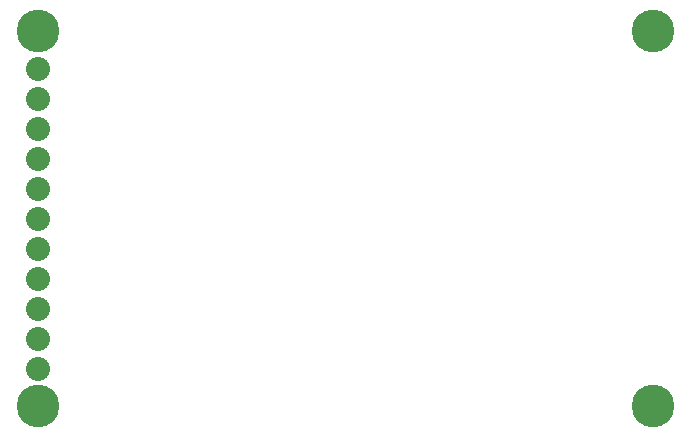
<source format=gbr>
G04 EAGLE Gerber RS-274X export*
G75*
%MOMM*%
%FSLAX34Y34*%
%LPD*%
%INSoldermask Bottom*%
%IPPOS*%
%AMOC8*
5,1,8,0,0,1.08239X$1,22.5*%
G01*
%ADD10C,3.617600*%
%ADD11C,2.032000*%


D10*
X546100Y-25400D03*
X546100Y292100D03*
X25400Y-25400D03*
X25400Y292100D03*
D11*
X25400Y6350D03*
X25400Y31750D03*
X25400Y57150D03*
X25400Y82550D03*
X25400Y107950D03*
X25400Y133350D03*
X25400Y158750D03*
X25400Y184150D03*
X25400Y209550D03*
X25400Y234950D03*
X25400Y260350D03*
M02*

</source>
